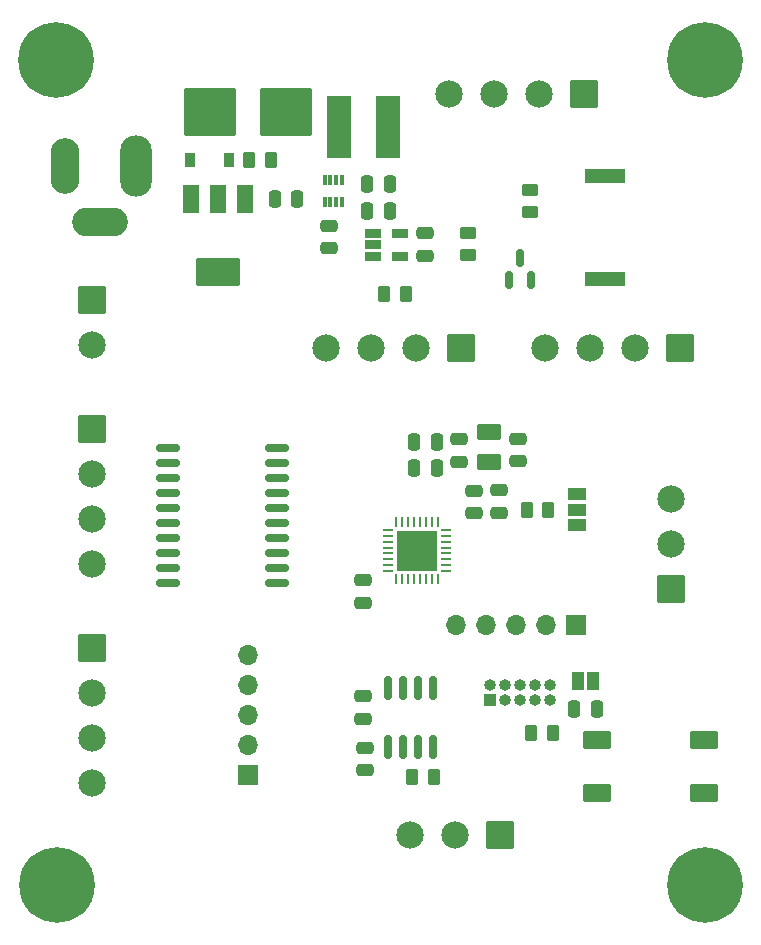
<source format=gbr>
%TF.GenerationSoftware,KiCad,Pcbnew,7.0.6-0*%
%TF.CreationDate,2023-09-14T16:42:19+10:00*%
%TF.ProjectId,u-nit,752d6e69-742e-46b6-9963-61645f706362,1.0*%
%TF.SameCoordinates,Original*%
%TF.FileFunction,Soldermask,Top*%
%TF.FilePolarity,Negative*%
%FSLAX46Y46*%
G04 Gerber Fmt 4.6, Leading zero omitted, Abs format (unit mm)*
G04 Created by KiCad (PCBNEW 7.0.6-0) date 2023-09-14 16:42:19*
%MOMM*%
%LPD*%
G01*
G04 APERTURE LIST*
G04 Aperture macros list*
%AMRoundRect*
0 Rectangle with rounded corners*
0 $1 Rounding radius*
0 $2 $3 $4 $5 $6 $7 $8 $9 X,Y pos of 4 corners*
0 Add a 4 corners polygon primitive as box body*
4,1,4,$2,$3,$4,$5,$6,$7,$8,$9,$2,$3,0*
0 Add four circle primitives for the rounded corners*
1,1,$1+$1,$2,$3*
1,1,$1+$1,$4,$5*
1,1,$1+$1,$6,$7*
1,1,$1+$1,$8,$9*
0 Add four rect primitives between the rounded corners*
20,1,$1+$1,$2,$3,$4,$5,0*
20,1,$1+$1,$4,$5,$6,$7,0*
20,1,$1+$1,$6,$7,$8,$9,0*
20,1,$1+$1,$8,$9,$2,$3,0*%
G04 Aperture macros list end*
%ADD10C,0.010000*%
%ADD11RoundRect,0.250000X-0.475000X0.250000X-0.475000X-0.250000X0.475000X-0.250000X0.475000X0.250000X0*%
%ADD12RoundRect,0.062500X-0.062500X0.375000X-0.062500X-0.375000X0.062500X-0.375000X0.062500X0.375000X0*%
%ADD13RoundRect,0.062500X-0.375000X0.062500X-0.375000X-0.062500X0.375000X-0.062500X0.375000X0.062500X0*%
%ADD14R,3.450000X3.450000*%
%ADD15RoundRect,0.250000X0.475000X-0.250000X0.475000X0.250000X-0.475000X0.250000X-0.475000X-0.250000X0*%
%ADD16RoundRect,0.250000X-0.250000X-0.475000X0.250000X-0.475000X0.250000X0.475000X-0.250000X0.475000X0*%
%ADD17RoundRect,0.102000X1.050000X1.050000X-1.050000X1.050000X-1.050000X-1.050000X1.050000X-1.050000X0*%
%ADD18C,2.304000*%
%ADD19RoundRect,0.250000X0.250000X0.475000X-0.250000X0.475000X-0.250000X-0.475000X0.250000X-0.475000X0*%
%ADD20RoundRect,0.102000X-0.950000X-2.550000X0.950000X-2.550000X0.950000X2.550000X-0.950000X2.550000X0*%
%ADD21R,1.000000X1.500000*%
%ADD22RoundRect,0.102000X1.050000X-1.050000X1.050000X1.050000X-1.050000X1.050000X-1.050000X-1.050000X0*%
%ADD23RoundRect,0.250000X0.262500X0.450000X-0.262500X0.450000X-0.262500X-0.450000X0.262500X-0.450000X0*%
%ADD24C,3.600000*%
%ADD25C,6.400000*%
%ADD26R,1.000000X1.000000*%
%ADD27O,1.000000X1.000000*%
%ADD28RoundRect,0.150000X-0.150000X0.825000X-0.150000X-0.825000X0.150000X-0.825000X0.150000X0.825000X0*%
%ADD29RoundRect,0.250000X0.450000X-0.262500X0.450000X0.262500X-0.450000X0.262500X-0.450000X-0.262500X0*%
%ADD30R,0.915000X1.220000*%
%ADD31RoundRect,0.150000X0.150000X-0.587500X0.150000X0.587500X-0.150000X0.587500X-0.150000X-0.587500X0*%
%ADD32RoundRect,0.102000X-1.050000X1.050000X-1.050000X-1.050000X1.050000X-1.050000X1.050000X1.050000X0*%
%ADD33R,0.300000X0.850000*%
%ADD34RoundRect,0.250000X-0.262500X-0.450000X0.262500X-0.450000X0.262500X0.450000X-0.262500X0.450000X0*%
%ADD35R,1.500000X1.000000*%
%ADD36RoundRect,0.102000X2.120900X1.905000X-2.120900X1.905000X-2.120900X-1.905000X2.120900X-1.905000X0*%
%ADD37RoundRect,0.102000X-0.950000X0.550000X-0.950000X-0.550000X0.950000X-0.550000X0.950000X0.550000X0*%
%ADD38RoundRect,0.150000X0.875000X0.150000X-0.875000X0.150000X-0.875000X-0.150000X0.875000X-0.150000X0*%
%ADD39RoundRect,0.102000X-1.050000X-0.700000X1.050000X-0.700000X1.050000X0.700000X-1.050000X0.700000X0*%
%ADD40R,3.400000X1.300000*%
%ADD41R,1.700000X1.700000*%
%ADD42O,1.700000X1.700000*%
%ADD43O,2.704000X5.204000*%
%ADD44O,2.454000X4.704000*%
%ADD45O,4.704000X2.454000*%
%ADD46RoundRect,0.102000X-0.600000X1.100000X-0.600000X-1.100000X0.600000X-1.100000X0.600000X1.100000X0*%
%ADD47RoundRect,0.102000X-1.750000X1.100000X-1.750000X-1.100000X1.750000X-1.100000X1.750000X1.100000X0*%
G04 APERTURE END LIST*
%TO.C,U3*%
D10*
X144368519Y-80267596D02*
X143056019Y-80267596D01*
X143056019Y-79592596D01*
X144368519Y-79592596D01*
X144368519Y-80267596D01*
G36*
X144368519Y-80267596D02*
G01*
X143056019Y-80267596D01*
X143056019Y-79592596D01*
X144368519Y-79592596D01*
X144368519Y-80267596D01*
G37*
X142056019Y-80267596D02*
X140743519Y-80267596D01*
X140743519Y-79592596D01*
X142056019Y-79592596D01*
X142056019Y-80267596D01*
G36*
X142056019Y-80267596D02*
G01*
X140743519Y-80267596D01*
X140743519Y-79592596D01*
X142056019Y-79592596D01*
X142056019Y-80267596D01*
G37*
X142056019Y-81217596D02*
X140743519Y-81217596D01*
X140743519Y-80542596D01*
X142056019Y-80542596D01*
X142056019Y-81217596D01*
G36*
X142056019Y-81217596D02*
G01*
X140743519Y-81217596D01*
X140743519Y-80542596D01*
X142056019Y-80542596D01*
X142056019Y-81217596D01*
G37*
X144368519Y-82167596D02*
X143056019Y-82167596D01*
X143056019Y-81492596D01*
X144368519Y-81492596D01*
X144368519Y-82167596D01*
G36*
X144368519Y-82167596D02*
G01*
X143056019Y-82167596D01*
X143056019Y-81492596D01*
X144368519Y-81492596D01*
X144368519Y-82167596D01*
G37*
X142056019Y-82167596D02*
X140743519Y-82167596D01*
X140743519Y-81492596D01*
X142056019Y-81492596D01*
X142056019Y-82167596D01*
G36*
X142056019Y-82167596D02*
G01*
X140743519Y-82167596D01*
X140743519Y-81492596D01*
X142056019Y-81492596D01*
X142056019Y-82167596D01*
G37*
%TD*%
D11*
%TO.C,C14*%
X145858019Y-79930096D03*
X145858019Y-81830096D03*
%TD*%
D12*
%TO.C,U2*%
X146943519Y-104370596D03*
X146443519Y-104370596D03*
X145943519Y-104370596D03*
X145443519Y-104370596D03*
X144943519Y-104370596D03*
X144443519Y-104370596D03*
X143943519Y-104370596D03*
X143443519Y-104370596D03*
D13*
X142756019Y-105058096D03*
X142756019Y-105558096D03*
X142756019Y-106058096D03*
X142756019Y-106558096D03*
X142756019Y-107058096D03*
X142756019Y-107558096D03*
X142756019Y-108058096D03*
X142756019Y-108558096D03*
D12*
X143443519Y-109245596D03*
X143943519Y-109245596D03*
X144443519Y-109245596D03*
X144943519Y-109245596D03*
X145443519Y-109245596D03*
X145943519Y-109245596D03*
X146443519Y-109245596D03*
X146943519Y-109245596D03*
D13*
X147631019Y-108558096D03*
X147631019Y-108058096D03*
X147631019Y-107558096D03*
X147631019Y-107058096D03*
X147631019Y-106558096D03*
X147631019Y-106058096D03*
X147631019Y-105558096D03*
X147631019Y-105058096D03*
D14*
X145193519Y-106808096D03*
%TD*%
D15*
%TO.C,C7*%
X140651019Y-111222596D03*
X140651019Y-109322596D03*
%TD*%
D16*
%TO.C,C10*%
X140967019Y-78025096D03*
X142867019Y-78025096D03*
%TD*%
D11*
%TO.C,C5*%
X150016019Y-101732596D03*
X150016019Y-103632596D03*
%TD*%
D17*
%TO.C,J8*%
X159320019Y-68169596D03*
D18*
X155510019Y-68169596D03*
X151700019Y-68169596D03*
X147890019Y-68169596D03*
%TD*%
D16*
%TO.C,C12*%
X144969019Y-97644096D03*
X146869019Y-97644096D03*
%TD*%
D19*
%TO.C,C2*%
X135063019Y-77009096D03*
X133163019Y-77009096D03*
%TD*%
D20*
%TO.C,L1*%
X138551019Y-70974096D03*
X142751019Y-70974096D03*
%TD*%
D21*
%TO.C,JP1*%
X158812019Y-117837096D03*
X160112019Y-117837096D03*
%TD*%
D22*
%TO.C,J6*%
X166686019Y-110079596D03*
D18*
X166686019Y-106269596D03*
X166686019Y-102459596D03*
%TD*%
D23*
%TO.C,R1*%
X156676519Y-122271596D03*
X154851519Y-122271596D03*
%TD*%
D24*
%TO.C,H1*%
X114616019Y-65248596D03*
D25*
X114616019Y-65248596D03*
%TD*%
D23*
%TO.C,R4*%
X146620019Y-125954596D03*
X144795019Y-125954596D03*
%TD*%
D26*
%TO.C,J3*%
X151349019Y-119463096D03*
D27*
X151349019Y-118193096D03*
X152619019Y-119463096D03*
X152619019Y-118193096D03*
X153889019Y-119463096D03*
X153889019Y-118193096D03*
X155159019Y-119463096D03*
X155159019Y-118193096D03*
X156429019Y-119463096D03*
X156429019Y-118193096D03*
%TD*%
D17*
%TO.C,J7*%
X148906019Y-89632596D03*
D18*
X145096019Y-89632596D03*
X141286019Y-89632596D03*
X137476019Y-89632596D03*
%TD*%
D11*
%TO.C,C13*%
X140778019Y-123491096D03*
X140778019Y-125391096D03*
%TD*%
D28*
%TO.C,U4*%
X146554019Y-118475096D03*
X145284019Y-118475096D03*
X144014019Y-118475096D03*
X142744019Y-118475096D03*
X142744019Y-123425096D03*
X144014019Y-123425096D03*
X145284019Y-123425096D03*
X146554019Y-123425096D03*
%TD*%
D29*
%TO.C,FB1*%
X149541019Y-81769096D03*
X149541019Y-79944096D03*
%TD*%
D30*
%TO.C,D1*%
X125956019Y-73768096D03*
X129231019Y-73768096D03*
%TD*%
D17*
%TO.C,J12*%
X152208019Y-130907596D03*
D18*
X148398019Y-130907596D03*
X144588019Y-130907596D03*
%TD*%
D31*
%TO.C,Q2*%
X152970019Y-83917596D03*
X154870019Y-83917596D03*
X153920019Y-82042596D03*
%TD*%
D23*
%TO.C,R3*%
X156319019Y-103348596D03*
X154494019Y-103348596D03*
%TD*%
D32*
%TO.C,J1*%
X117664019Y-85568596D03*
D18*
X117664019Y-89378596D03*
%TD*%
D23*
%TO.C,R2*%
X132824019Y-73768096D03*
X130999019Y-73768096D03*
%TD*%
D33*
%TO.C,U1*%
X137357019Y-77324096D03*
X137857019Y-77324096D03*
X138357019Y-77324096D03*
X138857019Y-77324096D03*
X138857019Y-75424096D03*
X138357019Y-75424096D03*
X137857019Y-75424096D03*
X137357019Y-75424096D03*
%TD*%
D34*
%TO.C,R5*%
X142429019Y-85060596D03*
X144254019Y-85060596D03*
%TD*%
D35*
%TO.C,JP2*%
X158708519Y-104648596D03*
X158708519Y-103348596D03*
X158708519Y-102048596D03*
%TD*%
D36*
%TO.C,F1*%
X134059719Y-69704096D03*
X127684319Y-69704096D03*
%TD*%
D37*
%TO.C,Y1*%
X151253019Y-99276596D03*
X151253019Y-96776596D03*
%TD*%
D11*
%TO.C,C6*%
X148774019Y-97390096D03*
X148774019Y-99290096D03*
%TD*%
D16*
%TO.C,C8*%
X140967019Y-75739096D03*
X142867019Y-75739096D03*
%TD*%
D32*
%TO.C,J10*%
X117674519Y-96490596D03*
D18*
X117674519Y-100300596D03*
X117674519Y-104110596D03*
X117674519Y-107920596D03*
%TD*%
D38*
%TO.C,U5*%
X133363019Y-109571596D03*
X133363019Y-108301596D03*
X133363019Y-107031596D03*
X133363019Y-105761596D03*
X133363019Y-104491596D03*
X133363019Y-103221596D03*
X133363019Y-101951596D03*
X133363019Y-100681596D03*
X133363019Y-99411596D03*
X133363019Y-98141596D03*
X124063019Y-98141596D03*
X124063019Y-99411596D03*
X124063019Y-100681596D03*
X124063019Y-101951596D03*
X124063019Y-103221596D03*
X124063019Y-104491596D03*
X124063019Y-105761596D03*
X124063019Y-107031596D03*
X124063019Y-108301596D03*
X124063019Y-109571596D03*
%TD*%
D29*
%TO.C,R6*%
X154748019Y-78122596D03*
X154748019Y-76297596D03*
%TD*%
D39*
%TO.C,S1*%
X160391519Y-127315596D03*
X169491519Y-127315596D03*
X160391519Y-122815596D03*
X169491519Y-122815596D03*
%TD*%
D24*
%TO.C,H2*%
X169607019Y-65248596D03*
D25*
X169607019Y-65248596D03*
%TD*%
D11*
%TO.C,C3*%
X137730019Y-79295096D03*
X137730019Y-81195096D03*
%TD*%
D16*
%TO.C,C11*%
X144969019Y-99803096D03*
X146869019Y-99803096D03*
%TD*%
D17*
%TO.C,J5*%
X167448019Y-89632596D03*
D18*
X163638019Y-89632596D03*
X159828019Y-89632596D03*
X156018019Y-89632596D03*
%TD*%
D24*
%TO.C,H4*%
X169607019Y-135098596D03*
D25*
X169607019Y-135098596D03*
%TD*%
D40*
%TO.C,LS1*%
X161098019Y-75122596D03*
X161098019Y-83822596D03*
%TD*%
D11*
%TO.C,C9*%
X152154019Y-101708096D03*
X152154019Y-103608096D03*
%TD*%
D41*
%TO.C,J9*%
X130872019Y-125827596D03*
D42*
X130872019Y-123287596D03*
X130872019Y-120747596D03*
X130872019Y-118207596D03*
X130872019Y-115667596D03*
%TD*%
D19*
%TO.C,C1*%
X160397019Y-120250096D03*
X158497019Y-120250096D03*
%TD*%
D15*
%TO.C,C15*%
X140651019Y-121062596D03*
X140651019Y-119162596D03*
%TD*%
D41*
%TO.C,J4*%
X158685019Y-113138096D03*
D42*
X156145019Y-113138096D03*
X153605019Y-113138096D03*
X151065019Y-113138096D03*
X148525019Y-113138096D03*
%TD*%
D43*
%TO.C,J2*%
X121367519Y-74265596D03*
D44*
X115367519Y-74265596D03*
D45*
X118367519Y-78965596D03*
%TD*%
D15*
%TO.C,C4*%
X153727019Y-99229096D03*
X153727019Y-97329096D03*
%TD*%
D46*
%TO.C,Q1*%
X130632019Y-77018096D03*
X128332019Y-77018096D03*
X126032019Y-77018096D03*
D47*
X128332019Y-83218096D03*
%TD*%
D24*
%TO.C,H3*%
X114743019Y-135098596D03*
D25*
X114743019Y-135098596D03*
%TD*%
D32*
%TO.C,J11*%
X117674519Y-115043096D03*
D18*
X117674519Y-118853096D03*
X117674519Y-122663096D03*
X117674519Y-126473096D03*
%TD*%
M02*

</source>
